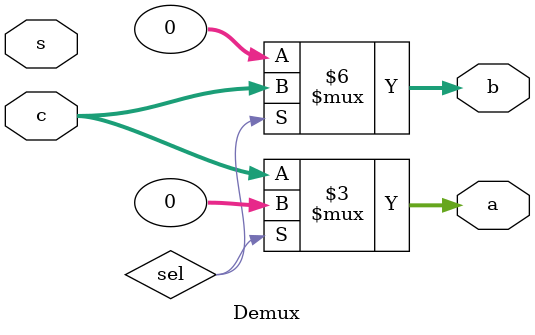
<source format=v>

module Demux (a,b,s,c);

    input s;
    input [31:0]c;
    output [31:0]a,b;

    assign a = (sel == 1'b0) ? c : 1'b0;
    assign b = (sel == 1'b1) ? c : 1'b0;
    
endmodule
</source>
